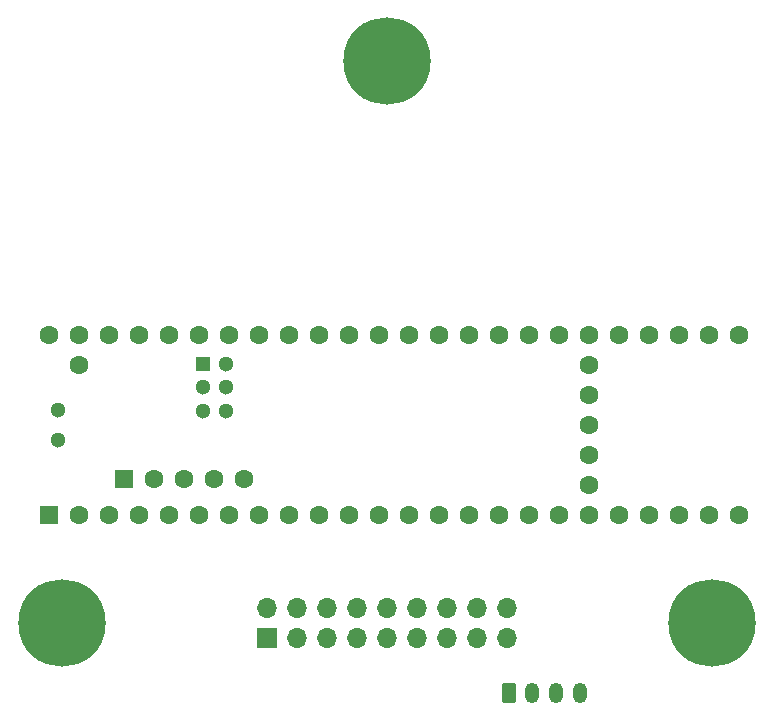
<source format=gbr>
%TF.GenerationSoftware,KiCad,Pcbnew,(6.0.7)*%
%TF.CreationDate,2023-03-09T00:32:03-05:00*%
%TF.ProjectId,board_4,626f6172-645f-4342-9e6b-696361645f70,rev?*%
%TF.SameCoordinates,Original*%
%TF.FileFunction,Soldermask,Bot*%
%TF.FilePolarity,Negative*%
%FSLAX46Y46*%
G04 Gerber Fmt 4.6, Leading zero omitted, Abs format (unit mm)*
G04 Created by KiCad (PCBNEW (6.0.7)) date 2023-03-09 00:32:03*
%MOMM*%
%LPD*%
G01*
G04 APERTURE LIST*
G04 Aperture macros list*
%AMRoundRect*
0 Rectangle with rounded corners*
0 $1 Rounding radius*
0 $2 $3 $4 $5 $6 $7 $8 $9 X,Y pos of 4 corners*
0 Add a 4 corners polygon primitive as box body*
4,1,4,$2,$3,$4,$5,$6,$7,$8,$9,$2,$3,0*
0 Add four circle primitives for the rounded corners*
1,1,$1+$1,$2,$3*
1,1,$1+$1,$4,$5*
1,1,$1+$1,$6,$7*
1,1,$1+$1,$8,$9*
0 Add four rect primitives between the rounded corners*
20,1,$1+$1,$2,$3,$4,$5,0*
20,1,$1+$1,$4,$5,$6,$7,0*
20,1,$1+$1,$6,$7,$8,$9,0*
20,1,$1+$1,$8,$9,$2,$3,0*%
G04 Aperture macros list end*
%ADD10C,4.100000*%
%ADD11C,7.400000*%
%ADD12R,1.600000X1.600000*%
%ADD13C,1.600000*%
%ADD14R,1.300000X1.300000*%
%ADD15C,1.300000*%
%ADD16R,1.700000X1.700000*%
%ADD17O,1.700000X1.700000*%
%ADD18RoundRect,0.250000X-0.350000X-0.625000X0.350000X-0.625000X0.350000X0.625000X-0.350000X0.625000X0*%
%ADD19O,1.200000X1.750000*%
G04 APERTURE END LIST*
D10*
%TO.C,REF\u002A\u002A*%
X175468013Y-139389531D03*
D11*
X175468013Y-139389531D03*
%TD*%
%TO.C,REF\u002A\u002A*%
X147976228Y-91782125D03*
D10*
X147976228Y-91782125D03*
%TD*%
D12*
%TO.C,U1*%
X119410000Y-130230000D03*
D13*
X121950000Y-130230000D03*
X124490000Y-130230000D03*
X127030000Y-130230000D03*
X129570000Y-130230000D03*
X132110000Y-130230000D03*
X134650000Y-130230000D03*
X137190000Y-130230000D03*
X139730000Y-130230000D03*
X142270000Y-130230000D03*
X144810000Y-130230000D03*
X147350000Y-130230000D03*
X149890000Y-130230000D03*
X152430000Y-130230000D03*
X154970000Y-130230000D03*
X157510000Y-130230000D03*
X160050000Y-130230000D03*
X162590000Y-130230000D03*
X165130000Y-130230000D03*
X167670000Y-130230000D03*
X170210000Y-130230000D03*
X172750000Y-130230000D03*
X175290000Y-130230000D03*
X177830000Y-130230000D03*
X177830000Y-114990000D03*
X175290000Y-114990000D03*
X172750000Y-114990000D03*
X170210000Y-114990000D03*
X167670000Y-114990000D03*
X165130000Y-114990000D03*
X162590000Y-114990000D03*
X160050000Y-114990000D03*
X157510000Y-114990000D03*
X154970000Y-114990000D03*
X152430000Y-114990000D03*
X149890000Y-114990000D03*
X147350000Y-114990000D03*
X144810000Y-114990000D03*
X142270000Y-114990000D03*
X139730000Y-114990000D03*
X137190000Y-114990000D03*
X134650000Y-114990000D03*
X132110000Y-114990000D03*
X129570000Y-114990000D03*
X127030000Y-114990000D03*
X124490000Y-114990000D03*
X121950000Y-114990000D03*
X119410000Y-114990000D03*
X121950000Y-117530000D03*
X165130000Y-127690000D03*
X165130000Y-125150000D03*
X165130000Y-122610000D03*
X165130000Y-120070000D03*
X165130000Y-117530000D03*
D12*
X125709200Y-127179200D03*
D13*
X128249200Y-127179200D03*
X130789200Y-127179200D03*
X133329200Y-127179200D03*
X135869200Y-127179200D03*
D14*
X132380000Y-117428400D03*
D15*
X132380000Y-119428400D03*
X132380000Y-121428400D03*
X134380000Y-121428400D03*
X134380000Y-119428400D03*
X134380000Y-117428400D03*
X120140000Y-121340000D03*
X120140000Y-123880000D03*
%TD*%
D11*
%TO.C,REF\u002A\u002A*%
X120480277Y-139392743D03*
D10*
X120480277Y-139392743D03*
%TD*%
D16*
%TO.C,J2*%
X137840000Y-140680000D03*
D17*
X137840000Y-138140000D03*
X140380000Y-140680000D03*
X140380000Y-138140000D03*
X142920000Y-140680000D03*
X142920000Y-138140000D03*
X145460000Y-140680000D03*
X145460000Y-138140000D03*
X148000000Y-140680000D03*
X148000000Y-138140000D03*
X150540000Y-140680000D03*
X150540000Y-138140000D03*
X153080000Y-140680000D03*
X153080000Y-138140000D03*
X155620000Y-140680000D03*
X155620000Y-138140000D03*
X158160000Y-140680000D03*
X158160000Y-138140000D03*
%TD*%
D18*
%TO.C,J1*%
X158290000Y-145276400D03*
D19*
X160290000Y-145276400D03*
X162290000Y-145276400D03*
X164290000Y-145276400D03*
%TD*%
M02*

</source>
